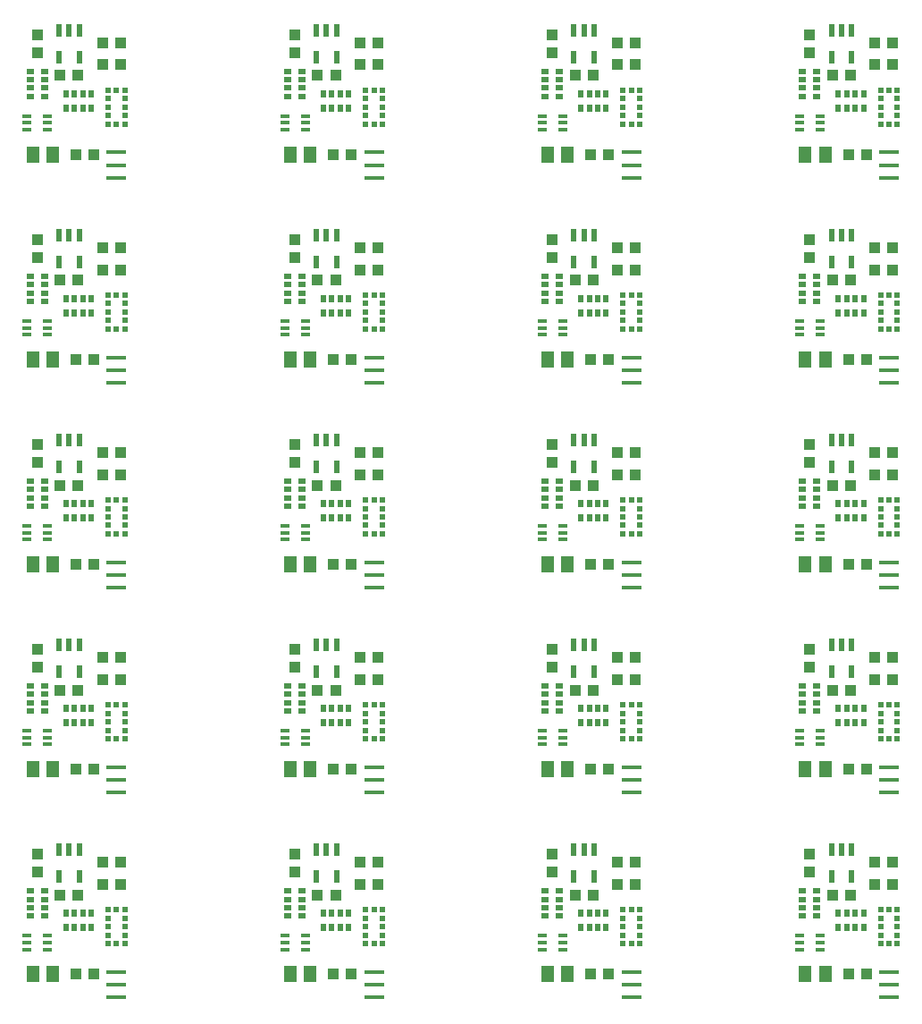
<source format=gbr>
G04 EAGLE Gerber RS-274X export*
G75*
%MOMM*%
%FSLAX34Y34*%
%LPD*%
%INSolderpaste Top*%
%IPPOS*%
%AMOC8*
5,1,8,0,0,1.08239X$1,22.5*%
G01*
%ADD10R,0.972800X0.389100*%
%ADD11R,0.583900X1.186400*%
%ADD12R,1.900000X0.400000*%
%ADD13R,0.500000X0.500000*%
%ADD14R,1.000000X1.100000*%
%ADD15R,1.100000X1.000000*%
%ADD16R,1.300000X1.500000*%
%ADD17R,0.500000X0.650000*%
%ADD18R,0.650000X0.500000*%


D10*
X151782Y75500D03*
X151782Y82000D03*
X151782Y88500D03*
X132218Y88500D03*
X132218Y82000D03*
X132218Y75500D03*
D11*
X181500Y169644D03*
X172000Y169644D03*
X162500Y169644D03*
X162500Y144356D03*
X181500Y144356D03*
D12*
X217000Y42000D03*
X217000Y30000D03*
X217000Y54000D03*
D13*
X225000Y113000D03*
X225000Y105000D03*
X225000Y97000D03*
X225000Y89000D03*
X225000Y81000D03*
X217000Y81000D03*
X209000Y81000D03*
X209000Y89000D03*
X209000Y97000D03*
X209000Y105000D03*
X209000Y113000D03*
X217000Y113000D03*
D14*
X142000Y148500D03*
X142000Y165500D03*
D15*
X180500Y127000D03*
X163500Y127000D03*
X220500Y158000D03*
X203500Y158000D03*
X220500Y137000D03*
X203500Y137000D03*
X195500Y52000D03*
X178500Y52000D03*
D16*
X137500Y52000D03*
X156500Y52000D03*
D17*
X169000Y96250D03*
X177000Y96250D03*
X185000Y96250D03*
X193000Y96250D03*
X193000Y109750D03*
X185000Y109750D03*
X177000Y109750D03*
X169000Y109750D03*
D18*
X148750Y107000D03*
X148750Y115000D03*
X148750Y123000D03*
X148750Y131000D03*
X135250Y131000D03*
X135250Y123000D03*
X135250Y115000D03*
X135250Y107000D03*
D10*
X395782Y75500D03*
X395782Y82000D03*
X395782Y88500D03*
X376218Y88500D03*
X376218Y82000D03*
X376218Y75500D03*
D11*
X425500Y169644D03*
X416000Y169644D03*
X406500Y169644D03*
X406500Y144356D03*
X425500Y144356D03*
D12*
X461000Y42000D03*
X461000Y30000D03*
X461000Y54000D03*
D13*
X469000Y113000D03*
X469000Y105000D03*
X469000Y97000D03*
X469000Y89000D03*
X469000Y81000D03*
X461000Y81000D03*
X453000Y81000D03*
X453000Y89000D03*
X453000Y97000D03*
X453000Y105000D03*
X453000Y113000D03*
X461000Y113000D03*
D14*
X386000Y148500D03*
X386000Y165500D03*
D15*
X424500Y127000D03*
X407500Y127000D03*
X464500Y158000D03*
X447500Y158000D03*
X464500Y137000D03*
X447500Y137000D03*
X439500Y52000D03*
X422500Y52000D03*
D16*
X381500Y52000D03*
X400500Y52000D03*
D17*
X413000Y96250D03*
X421000Y96250D03*
X429000Y96250D03*
X437000Y96250D03*
X437000Y109750D03*
X429000Y109750D03*
X421000Y109750D03*
X413000Y109750D03*
D18*
X392750Y107000D03*
X392750Y115000D03*
X392750Y123000D03*
X392750Y131000D03*
X379250Y131000D03*
X379250Y123000D03*
X379250Y115000D03*
X379250Y107000D03*
D10*
X639782Y75500D03*
X639782Y82000D03*
X639782Y88500D03*
X620218Y88500D03*
X620218Y82000D03*
X620218Y75500D03*
D11*
X669500Y169644D03*
X660000Y169644D03*
X650500Y169644D03*
X650500Y144356D03*
X669500Y144356D03*
D12*
X705000Y42000D03*
X705000Y30000D03*
X705000Y54000D03*
D13*
X713000Y113000D03*
X713000Y105000D03*
X713000Y97000D03*
X713000Y89000D03*
X713000Y81000D03*
X705000Y81000D03*
X697000Y81000D03*
X697000Y89000D03*
X697000Y97000D03*
X697000Y105000D03*
X697000Y113000D03*
X705000Y113000D03*
D14*
X630000Y148500D03*
X630000Y165500D03*
D15*
X668500Y127000D03*
X651500Y127000D03*
X708500Y158000D03*
X691500Y158000D03*
X708500Y137000D03*
X691500Y137000D03*
X683500Y52000D03*
X666500Y52000D03*
D16*
X625500Y52000D03*
X644500Y52000D03*
D17*
X657000Y96250D03*
X665000Y96250D03*
X673000Y96250D03*
X681000Y96250D03*
X681000Y109750D03*
X673000Y109750D03*
X665000Y109750D03*
X657000Y109750D03*
D18*
X636750Y107000D03*
X636750Y115000D03*
X636750Y123000D03*
X636750Y131000D03*
X623250Y131000D03*
X623250Y123000D03*
X623250Y115000D03*
X623250Y107000D03*
D10*
X883782Y75500D03*
X883782Y82000D03*
X883782Y88500D03*
X864218Y88500D03*
X864218Y82000D03*
X864218Y75500D03*
D11*
X913500Y169644D03*
X904000Y169644D03*
X894500Y169644D03*
X894500Y144356D03*
X913500Y144356D03*
D12*
X949000Y42000D03*
X949000Y30000D03*
X949000Y54000D03*
D13*
X957000Y113000D03*
X957000Y105000D03*
X957000Y97000D03*
X957000Y89000D03*
X957000Y81000D03*
X949000Y81000D03*
X941000Y81000D03*
X941000Y89000D03*
X941000Y97000D03*
X941000Y105000D03*
X941000Y113000D03*
X949000Y113000D03*
D14*
X874000Y148500D03*
X874000Y165500D03*
D15*
X912500Y127000D03*
X895500Y127000D03*
X952500Y158000D03*
X935500Y158000D03*
X952500Y137000D03*
X935500Y137000D03*
X927500Y52000D03*
X910500Y52000D03*
D16*
X869500Y52000D03*
X888500Y52000D03*
D17*
X901000Y96250D03*
X909000Y96250D03*
X917000Y96250D03*
X925000Y96250D03*
X925000Y109750D03*
X917000Y109750D03*
X909000Y109750D03*
X901000Y109750D03*
D18*
X880750Y107000D03*
X880750Y115000D03*
X880750Y123000D03*
X880750Y131000D03*
X867250Y131000D03*
X867250Y123000D03*
X867250Y115000D03*
X867250Y107000D03*
D10*
X151782Y269500D03*
X151782Y276000D03*
X151782Y282500D03*
X132218Y282500D03*
X132218Y276000D03*
X132218Y269500D03*
D11*
X181500Y363644D03*
X172000Y363644D03*
X162500Y363644D03*
X162500Y338356D03*
X181500Y338356D03*
D12*
X217000Y236000D03*
X217000Y224000D03*
X217000Y248000D03*
D13*
X225000Y307000D03*
X225000Y299000D03*
X225000Y291000D03*
X225000Y283000D03*
X225000Y275000D03*
X217000Y275000D03*
X209000Y275000D03*
X209000Y283000D03*
X209000Y291000D03*
X209000Y299000D03*
X209000Y307000D03*
X217000Y307000D03*
D14*
X142000Y342500D03*
X142000Y359500D03*
D15*
X180500Y321000D03*
X163500Y321000D03*
X220500Y352000D03*
X203500Y352000D03*
X220500Y331000D03*
X203500Y331000D03*
X195500Y246000D03*
X178500Y246000D03*
D16*
X137500Y246000D03*
X156500Y246000D03*
D17*
X169000Y290250D03*
X177000Y290250D03*
X185000Y290250D03*
X193000Y290250D03*
X193000Y303750D03*
X185000Y303750D03*
X177000Y303750D03*
X169000Y303750D03*
D18*
X148750Y301000D03*
X148750Y309000D03*
X148750Y317000D03*
X148750Y325000D03*
X135250Y325000D03*
X135250Y317000D03*
X135250Y309000D03*
X135250Y301000D03*
D10*
X395782Y269500D03*
X395782Y276000D03*
X395782Y282500D03*
X376218Y282500D03*
X376218Y276000D03*
X376218Y269500D03*
D11*
X425500Y363644D03*
X416000Y363644D03*
X406500Y363644D03*
X406500Y338356D03*
X425500Y338356D03*
D12*
X461000Y236000D03*
X461000Y224000D03*
X461000Y248000D03*
D13*
X469000Y307000D03*
X469000Y299000D03*
X469000Y291000D03*
X469000Y283000D03*
X469000Y275000D03*
X461000Y275000D03*
X453000Y275000D03*
X453000Y283000D03*
X453000Y291000D03*
X453000Y299000D03*
X453000Y307000D03*
X461000Y307000D03*
D14*
X386000Y342500D03*
X386000Y359500D03*
D15*
X424500Y321000D03*
X407500Y321000D03*
X464500Y352000D03*
X447500Y352000D03*
X464500Y331000D03*
X447500Y331000D03*
X439500Y246000D03*
X422500Y246000D03*
D16*
X381500Y246000D03*
X400500Y246000D03*
D17*
X413000Y290250D03*
X421000Y290250D03*
X429000Y290250D03*
X437000Y290250D03*
X437000Y303750D03*
X429000Y303750D03*
X421000Y303750D03*
X413000Y303750D03*
D18*
X392750Y301000D03*
X392750Y309000D03*
X392750Y317000D03*
X392750Y325000D03*
X379250Y325000D03*
X379250Y317000D03*
X379250Y309000D03*
X379250Y301000D03*
D10*
X639782Y269500D03*
X639782Y276000D03*
X639782Y282500D03*
X620218Y282500D03*
X620218Y276000D03*
X620218Y269500D03*
D11*
X669500Y363644D03*
X660000Y363644D03*
X650500Y363644D03*
X650500Y338356D03*
X669500Y338356D03*
D12*
X705000Y236000D03*
X705000Y224000D03*
X705000Y248000D03*
D13*
X713000Y307000D03*
X713000Y299000D03*
X713000Y291000D03*
X713000Y283000D03*
X713000Y275000D03*
X705000Y275000D03*
X697000Y275000D03*
X697000Y283000D03*
X697000Y291000D03*
X697000Y299000D03*
X697000Y307000D03*
X705000Y307000D03*
D14*
X630000Y342500D03*
X630000Y359500D03*
D15*
X668500Y321000D03*
X651500Y321000D03*
X708500Y352000D03*
X691500Y352000D03*
X708500Y331000D03*
X691500Y331000D03*
X683500Y246000D03*
X666500Y246000D03*
D16*
X625500Y246000D03*
X644500Y246000D03*
D17*
X657000Y290250D03*
X665000Y290250D03*
X673000Y290250D03*
X681000Y290250D03*
X681000Y303750D03*
X673000Y303750D03*
X665000Y303750D03*
X657000Y303750D03*
D18*
X636750Y301000D03*
X636750Y309000D03*
X636750Y317000D03*
X636750Y325000D03*
X623250Y325000D03*
X623250Y317000D03*
X623250Y309000D03*
X623250Y301000D03*
D10*
X883782Y269500D03*
X883782Y276000D03*
X883782Y282500D03*
X864218Y282500D03*
X864218Y276000D03*
X864218Y269500D03*
D11*
X913500Y363644D03*
X904000Y363644D03*
X894500Y363644D03*
X894500Y338356D03*
X913500Y338356D03*
D12*
X949000Y236000D03*
X949000Y224000D03*
X949000Y248000D03*
D13*
X957000Y307000D03*
X957000Y299000D03*
X957000Y291000D03*
X957000Y283000D03*
X957000Y275000D03*
X949000Y275000D03*
X941000Y275000D03*
X941000Y283000D03*
X941000Y291000D03*
X941000Y299000D03*
X941000Y307000D03*
X949000Y307000D03*
D14*
X874000Y342500D03*
X874000Y359500D03*
D15*
X912500Y321000D03*
X895500Y321000D03*
X952500Y352000D03*
X935500Y352000D03*
X952500Y331000D03*
X935500Y331000D03*
X927500Y246000D03*
X910500Y246000D03*
D16*
X869500Y246000D03*
X888500Y246000D03*
D17*
X901000Y290250D03*
X909000Y290250D03*
X917000Y290250D03*
X925000Y290250D03*
X925000Y303750D03*
X917000Y303750D03*
X909000Y303750D03*
X901000Y303750D03*
D18*
X880750Y301000D03*
X880750Y309000D03*
X880750Y317000D03*
X880750Y325000D03*
X867250Y325000D03*
X867250Y317000D03*
X867250Y309000D03*
X867250Y301000D03*
D10*
X151782Y463500D03*
X151782Y470000D03*
X151782Y476500D03*
X132218Y476500D03*
X132218Y470000D03*
X132218Y463500D03*
D11*
X181500Y557644D03*
X172000Y557644D03*
X162500Y557644D03*
X162500Y532356D03*
X181500Y532356D03*
D12*
X217000Y430000D03*
X217000Y418000D03*
X217000Y442000D03*
D13*
X225000Y501000D03*
X225000Y493000D03*
X225000Y485000D03*
X225000Y477000D03*
X225000Y469000D03*
X217000Y469000D03*
X209000Y469000D03*
X209000Y477000D03*
X209000Y485000D03*
X209000Y493000D03*
X209000Y501000D03*
X217000Y501000D03*
D14*
X142000Y536500D03*
X142000Y553500D03*
D15*
X180500Y515000D03*
X163500Y515000D03*
X220500Y546000D03*
X203500Y546000D03*
X220500Y525000D03*
X203500Y525000D03*
X195500Y440000D03*
X178500Y440000D03*
D16*
X137500Y440000D03*
X156500Y440000D03*
D17*
X169000Y484250D03*
X177000Y484250D03*
X185000Y484250D03*
X193000Y484250D03*
X193000Y497750D03*
X185000Y497750D03*
X177000Y497750D03*
X169000Y497750D03*
D18*
X148750Y495000D03*
X148750Y503000D03*
X148750Y511000D03*
X148750Y519000D03*
X135250Y519000D03*
X135250Y511000D03*
X135250Y503000D03*
X135250Y495000D03*
D10*
X395782Y463500D03*
X395782Y470000D03*
X395782Y476500D03*
X376218Y476500D03*
X376218Y470000D03*
X376218Y463500D03*
D11*
X425500Y557644D03*
X416000Y557644D03*
X406500Y557644D03*
X406500Y532356D03*
X425500Y532356D03*
D12*
X461000Y430000D03*
X461000Y418000D03*
X461000Y442000D03*
D13*
X469000Y501000D03*
X469000Y493000D03*
X469000Y485000D03*
X469000Y477000D03*
X469000Y469000D03*
X461000Y469000D03*
X453000Y469000D03*
X453000Y477000D03*
X453000Y485000D03*
X453000Y493000D03*
X453000Y501000D03*
X461000Y501000D03*
D14*
X386000Y536500D03*
X386000Y553500D03*
D15*
X424500Y515000D03*
X407500Y515000D03*
X464500Y546000D03*
X447500Y546000D03*
X464500Y525000D03*
X447500Y525000D03*
X439500Y440000D03*
X422500Y440000D03*
D16*
X381500Y440000D03*
X400500Y440000D03*
D17*
X413000Y484250D03*
X421000Y484250D03*
X429000Y484250D03*
X437000Y484250D03*
X437000Y497750D03*
X429000Y497750D03*
X421000Y497750D03*
X413000Y497750D03*
D18*
X392750Y495000D03*
X392750Y503000D03*
X392750Y511000D03*
X392750Y519000D03*
X379250Y519000D03*
X379250Y511000D03*
X379250Y503000D03*
X379250Y495000D03*
D10*
X639782Y463500D03*
X639782Y470000D03*
X639782Y476500D03*
X620218Y476500D03*
X620218Y470000D03*
X620218Y463500D03*
D11*
X669500Y557644D03*
X660000Y557644D03*
X650500Y557644D03*
X650500Y532356D03*
X669500Y532356D03*
D12*
X705000Y430000D03*
X705000Y418000D03*
X705000Y442000D03*
D13*
X713000Y501000D03*
X713000Y493000D03*
X713000Y485000D03*
X713000Y477000D03*
X713000Y469000D03*
X705000Y469000D03*
X697000Y469000D03*
X697000Y477000D03*
X697000Y485000D03*
X697000Y493000D03*
X697000Y501000D03*
X705000Y501000D03*
D14*
X630000Y536500D03*
X630000Y553500D03*
D15*
X668500Y515000D03*
X651500Y515000D03*
X708500Y546000D03*
X691500Y546000D03*
X708500Y525000D03*
X691500Y525000D03*
X683500Y440000D03*
X666500Y440000D03*
D16*
X625500Y440000D03*
X644500Y440000D03*
D17*
X657000Y484250D03*
X665000Y484250D03*
X673000Y484250D03*
X681000Y484250D03*
X681000Y497750D03*
X673000Y497750D03*
X665000Y497750D03*
X657000Y497750D03*
D18*
X636750Y495000D03*
X636750Y503000D03*
X636750Y511000D03*
X636750Y519000D03*
X623250Y519000D03*
X623250Y511000D03*
X623250Y503000D03*
X623250Y495000D03*
D10*
X883782Y463500D03*
X883782Y470000D03*
X883782Y476500D03*
X864218Y476500D03*
X864218Y470000D03*
X864218Y463500D03*
D11*
X913500Y557644D03*
X904000Y557644D03*
X894500Y557644D03*
X894500Y532356D03*
X913500Y532356D03*
D12*
X949000Y430000D03*
X949000Y418000D03*
X949000Y442000D03*
D13*
X957000Y501000D03*
X957000Y493000D03*
X957000Y485000D03*
X957000Y477000D03*
X957000Y469000D03*
X949000Y469000D03*
X941000Y469000D03*
X941000Y477000D03*
X941000Y485000D03*
X941000Y493000D03*
X941000Y501000D03*
X949000Y501000D03*
D14*
X874000Y536500D03*
X874000Y553500D03*
D15*
X912500Y515000D03*
X895500Y515000D03*
X952500Y546000D03*
X935500Y546000D03*
X952500Y525000D03*
X935500Y525000D03*
X927500Y440000D03*
X910500Y440000D03*
D16*
X869500Y440000D03*
X888500Y440000D03*
D17*
X901000Y484250D03*
X909000Y484250D03*
X917000Y484250D03*
X925000Y484250D03*
X925000Y497750D03*
X917000Y497750D03*
X909000Y497750D03*
X901000Y497750D03*
D18*
X880750Y495000D03*
X880750Y503000D03*
X880750Y511000D03*
X880750Y519000D03*
X867250Y519000D03*
X867250Y511000D03*
X867250Y503000D03*
X867250Y495000D03*
D10*
X151782Y657500D03*
X151782Y664000D03*
X151782Y670500D03*
X132218Y670500D03*
X132218Y664000D03*
X132218Y657500D03*
D11*
X181500Y751644D03*
X172000Y751644D03*
X162500Y751644D03*
X162500Y726356D03*
X181500Y726356D03*
D12*
X217000Y624000D03*
X217000Y612000D03*
X217000Y636000D03*
D13*
X225000Y695000D03*
X225000Y687000D03*
X225000Y679000D03*
X225000Y671000D03*
X225000Y663000D03*
X217000Y663000D03*
X209000Y663000D03*
X209000Y671000D03*
X209000Y679000D03*
X209000Y687000D03*
X209000Y695000D03*
X217000Y695000D03*
D14*
X142000Y730500D03*
X142000Y747500D03*
D15*
X180500Y709000D03*
X163500Y709000D03*
X220500Y740000D03*
X203500Y740000D03*
X220500Y719000D03*
X203500Y719000D03*
X195500Y634000D03*
X178500Y634000D03*
D16*
X137500Y634000D03*
X156500Y634000D03*
D17*
X169000Y678250D03*
X177000Y678250D03*
X185000Y678250D03*
X193000Y678250D03*
X193000Y691750D03*
X185000Y691750D03*
X177000Y691750D03*
X169000Y691750D03*
D18*
X148750Y689000D03*
X148750Y697000D03*
X148750Y705000D03*
X148750Y713000D03*
X135250Y713000D03*
X135250Y705000D03*
X135250Y697000D03*
X135250Y689000D03*
D10*
X395782Y657500D03*
X395782Y664000D03*
X395782Y670500D03*
X376218Y670500D03*
X376218Y664000D03*
X376218Y657500D03*
D11*
X425500Y751644D03*
X416000Y751644D03*
X406500Y751644D03*
X406500Y726356D03*
X425500Y726356D03*
D12*
X461000Y624000D03*
X461000Y612000D03*
X461000Y636000D03*
D13*
X469000Y695000D03*
X469000Y687000D03*
X469000Y679000D03*
X469000Y671000D03*
X469000Y663000D03*
X461000Y663000D03*
X453000Y663000D03*
X453000Y671000D03*
X453000Y679000D03*
X453000Y687000D03*
X453000Y695000D03*
X461000Y695000D03*
D14*
X386000Y730500D03*
X386000Y747500D03*
D15*
X424500Y709000D03*
X407500Y709000D03*
X464500Y740000D03*
X447500Y740000D03*
X464500Y719000D03*
X447500Y719000D03*
X439500Y634000D03*
X422500Y634000D03*
D16*
X381500Y634000D03*
X400500Y634000D03*
D17*
X413000Y678250D03*
X421000Y678250D03*
X429000Y678250D03*
X437000Y678250D03*
X437000Y691750D03*
X429000Y691750D03*
X421000Y691750D03*
X413000Y691750D03*
D18*
X392750Y689000D03*
X392750Y697000D03*
X392750Y705000D03*
X392750Y713000D03*
X379250Y713000D03*
X379250Y705000D03*
X379250Y697000D03*
X379250Y689000D03*
D10*
X639782Y657500D03*
X639782Y664000D03*
X639782Y670500D03*
X620218Y670500D03*
X620218Y664000D03*
X620218Y657500D03*
D11*
X669500Y751644D03*
X660000Y751644D03*
X650500Y751644D03*
X650500Y726356D03*
X669500Y726356D03*
D12*
X705000Y624000D03*
X705000Y612000D03*
X705000Y636000D03*
D13*
X713000Y695000D03*
X713000Y687000D03*
X713000Y679000D03*
X713000Y671000D03*
X713000Y663000D03*
X705000Y663000D03*
X697000Y663000D03*
X697000Y671000D03*
X697000Y679000D03*
X697000Y687000D03*
X697000Y695000D03*
X705000Y695000D03*
D14*
X630000Y730500D03*
X630000Y747500D03*
D15*
X668500Y709000D03*
X651500Y709000D03*
X708500Y740000D03*
X691500Y740000D03*
X708500Y719000D03*
X691500Y719000D03*
X683500Y634000D03*
X666500Y634000D03*
D16*
X625500Y634000D03*
X644500Y634000D03*
D17*
X657000Y678250D03*
X665000Y678250D03*
X673000Y678250D03*
X681000Y678250D03*
X681000Y691750D03*
X673000Y691750D03*
X665000Y691750D03*
X657000Y691750D03*
D18*
X636750Y689000D03*
X636750Y697000D03*
X636750Y705000D03*
X636750Y713000D03*
X623250Y713000D03*
X623250Y705000D03*
X623250Y697000D03*
X623250Y689000D03*
D10*
X883782Y657500D03*
X883782Y664000D03*
X883782Y670500D03*
X864218Y670500D03*
X864218Y664000D03*
X864218Y657500D03*
D11*
X913500Y751644D03*
X904000Y751644D03*
X894500Y751644D03*
X894500Y726356D03*
X913500Y726356D03*
D12*
X949000Y624000D03*
X949000Y612000D03*
X949000Y636000D03*
D13*
X957000Y695000D03*
X957000Y687000D03*
X957000Y679000D03*
X957000Y671000D03*
X957000Y663000D03*
X949000Y663000D03*
X941000Y663000D03*
X941000Y671000D03*
X941000Y679000D03*
X941000Y687000D03*
X941000Y695000D03*
X949000Y695000D03*
D14*
X874000Y730500D03*
X874000Y747500D03*
D15*
X912500Y709000D03*
X895500Y709000D03*
X952500Y740000D03*
X935500Y740000D03*
X952500Y719000D03*
X935500Y719000D03*
X927500Y634000D03*
X910500Y634000D03*
D16*
X869500Y634000D03*
X888500Y634000D03*
D17*
X901000Y678250D03*
X909000Y678250D03*
X917000Y678250D03*
X925000Y678250D03*
X925000Y691750D03*
X917000Y691750D03*
X909000Y691750D03*
X901000Y691750D03*
D18*
X880750Y689000D03*
X880750Y697000D03*
X880750Y705000D03*
X880750Y713000D03*
X867250Y713000D03*
X867250Y705000D03*
X867250Y697000D03*
X867250Y689000D03*
D10*
X151782Y851500D03*
X151782Y858000D03*
X151782Y864500D03*
X132218Y864500D03*
X132218Y858000D03*
X132218Y851500D03*
D11*
X181500Y945644D03*
X172000Y945644D03*
X162500Y945644D03*
X162500Y920356D03*
X181500Y920356D03*
D12*
X217000Y818000D03*
X217000Y806000D03*
X217000Y830000D03*
D13*
X225000Y889000D03*
X225000Y881000D03*
X225000Y873000D03*
X225000Y865000D03*
X225000Y857000D03*
X217000Y857000D03*
X209000Y857000D03*
X209000Y865000D03*
X209000Y873000D03*
X209000Y881000D03*
X209000Y889000D03*
X217000Y889000D03*
D14*
X142000Y924500D03*
X142000Y941500D03*
D15*
X180500Y903000D03*
X163500Y903000D03*
X220500Y934000D03*
X203500Y934000D03*
X220500Y913000D03*
X203500Y913000D03*
X195500Y828000D03*
X178500Y828000D03*
D16*
X137500Y828000D03*
X156500Y828000D03*
D17*
X169000Y872250D03*
X177000Y872250D03*
X185000Y872250D03*
X193000Y872250D03*
X193000Y885750D03*
X185000Y885750D03*
X177000Y885750D03*
X169000Y885750D03*
D18*
X148750Y883000D03*
X148750Y891000D03*
X148750Y899000D03*
X148750Y907000D03*
X135250Y907000D03*
X135250Y899000D03*
X135250Y891000D03*
X135250Y883000D03*
D10*
X395782Y851500D03*
X395782Y858000D03*
X395782Y864500D03*
X376218Y864500D03*
X376218Y858000D03*
X376218Y851500D03*
D11*
X425500Y945644D03*
X416000Y945644D03*
X406500Y945644D03*
X406500Y920356D03*
X425500Y920356D03*
D12*
X461000Y818000D03*
X461000Y806000D03*
X461000Y830000D03*
D13*
X469000Y889000D03*
X469000Y881000D03*
X469000Y873000D03*
X469000Y865000D03*
X469000Y857000D03*
X461000Y857000D03*
X453000Y857000D03*
X453000Y865000D03*
X453000Y873000D03*
X453000Y881000D03*
X453000Y889000D03*
X461000Y889000D03*
D14*
X386000Y924500D03*
X386000Y941500D03*
D15*
X424500Y903000D03*
X407500Y903000D03*
X464500Y934000D03*
X447500Y934000D03*
X464500Y913000D03*
X447500Y913000D03*
X439500Y828000D03*
X422500Y828000D03*
D16*
X381500Y828000D03*
X400500Y828000D03*
D17*
X413000Y872250D03*
X421000Y872250D03*
X429000Y872250D03*
X437000Y872250D03*
X437000Y885750D03*
X429000Y885750D03*
X421000Y885750D03*
X413000Y885750D03*
D18*
X392750Y883000D03*
X392750Y891000D03*
X392750Y899000D03*
X392750Y907000D03*
X379250Y907000D03*
X379250Y899000D03*
X379250Y891000D03*
X379250Y883000D03*
D10*
X639782Y851500D03*
X639782Y858000D03*
X639782Y864500D03*
X620218Y864500D03*
X620218Y858000D03*
X620218Y851500D03*
D11*
X669500Y945644D03*
X660000Y945644D03*
X650500Y945644D03*
X650500Y920356D03*
X669500Y920356D03*
D12*
X705000Y818000D03*
X705000Y806000D03*
X705000Y830000D03*
D13*
X713000Y889000D03*
X713000Y881000D03*
X713000Y873000D03*
X713000Y865000D03*
X713000Y857000D03*
X705000Y857000D03*
X697000Y857000D03*
X697000Y865000D03*
X697000Y873000D03*
X697000Y881000D03*
X697000Y889000D03*
X705000Y889000D03*
D14*
X630000Y924500D03*
X630000Y941500D03*
D15*
X668500Y903000D03*
X651500Y903000D03*
X708500Y934000D03*
X691500Y934000D03*
X708500Y913000D03*
X691500Y913000D03*
X683500Y828000D03*
X666500Y828000D03*
D16*
X625500Y828000D03*
X644500Y828000D03*
D17*
X657000Y872250D03*
X665000Y872250D03*
X673000Y872250D03*
X681000Y872250D03*
X681000Y885750D03*
X673000Y885750D03*
X665000Y885750D03*
X657000Y885750D03*
D18*
X636750Y883000D03*
X636750Y891000D03*
X636750Y899000D03*
X636750Y907000D03*
X623250Y907000D03*
X623250Y899000D03*
X623250Y891000D03*
X623250Y883000D03*
D10*
X883782Y851500D03*
X883782Y858000D03*
X883782Y864500D03*
X864218Y864500D03*
X864218Y858000D03*
X864218Y851500D03*
D11*
X913500Y945644D03*
X904000Y945644D03*
X894500Y945644D03*
X894500Y920356D03*
X913500Y920356D03*
D12*
X949000Y818000D03*
X949000Y806000D03*
X949000Y830000D03*
D13*
X957000Y889000D03*
X957000Y881000D03*
X957000Y873000D03*
X957000Y865000D03*
X957000Y857000D03*
X949000Y857000D03*
X941000Y857000D03*
X941000Y865000D03*
X941000Y873000D03*
X941000Y881000D03*
X941000Y889000D03*
X949000Y889000D03*
D14*
X874000Y924500D03*
X874000Y941500D03*
D15*
X912500Y903000D03*
X895500Y903000D03*
X952500Y934000D03*
X935500Y934000D03*
X952500Y913000D03*
X935500Y913000D03*
X927500Y828000D03*
X910500Y828000D03*
D16*
X869500Y828000D03*
X888500Y828000D03*
D17*
X901000Y872250D03*
X909000Y872250D03*
X917000Y872250D03*
X925000Y872250D03*
X925000Y885750D03*
X917000Y885750D03*
X909000Y885750D03*
X901000Y885750D03*
D18*
X880750Y883000D03*
X880750Y891000D03*
X880750Y899000D03*
X880750Y907000D03*
X867250Y907000D03*
X867250Y899000D03*
X867250Y891000D03*
X867250Y883000D03*
M02*

</source>
